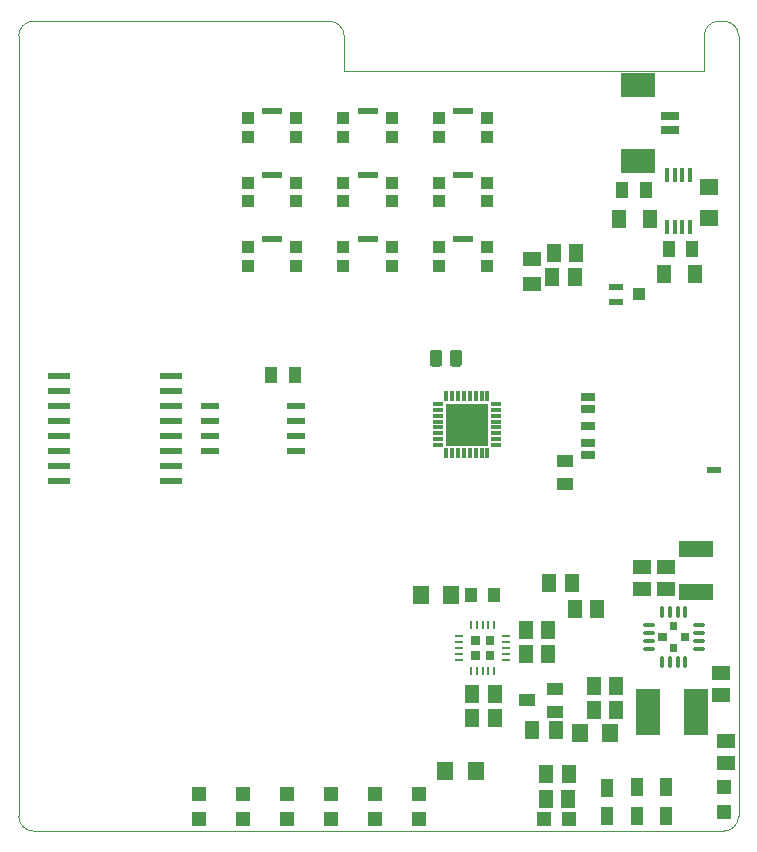
<source format=gbr>
%TF.GenerationSoftware,KiCad,Pcbnew,8.0.1*%
%TF.CreationDate,2025-01-16T17:49:12-07:00*%
%TF.ProjectId,WDM_RevB_v3,57444d5f-5265-4764-925f-76332e6b6963,rev?*%
%TF.SameCoordinates,Original*%
%TF.FileFunction,Paste,Bot*%
%TF.FilePolarity,Positive*%
%FSLAX46Y46*%
G04 Gerber Fmt 4.6, Leading zero omitted, Abs format (unit mm)*
G04 Created by KiCad (PCBNEW 8.0.1) date 2025-01-16 17:49:12*
%MOMM*%
%LPD*%
G01*
G04 APERTURE LIST*
G04 Aperture macros list*
%AMRoundRect*
0 Rectangle with rounded corners*
0 $1 Rounding radius*
0 $2 $3 $4 $5 $6 $7 $8 $9 X,Y pos of 4 corners*
0 Add a 4 corners polygon primitive as box body*
4,1,4,$2,$3,$4,$5,$6,$7,$8,$9,$2,$3,0*
0 Add four circle primitives for the rounded corners*
1,1,$1+$1,$2,$3*
1,1,$1+$1,$4,$5*
1,1,$1+$1,$6,$7*
1,1,$1+$1,$8,$9*
0 Add four rect primitives between the rounded corners*
20,1,$1+$1,$2,$3,$4,$5,0*
20,1,$1+$1,$4,$5,$6,$7,0*
20,1,$1+$1,$6,$7,$8,$9,0*
20,1,$1+$1,$8,$9,$2,$3,0*%
G04 Aperture macros list end*
%ADD10C,0.000000*%
%ADD11R,1.968500X0.558800*%
%ADD12R,1.000000X1.000000*%
%ADD13R,1.701800X0.558800*%
%ADD14R,1.500000X1.300000*%
%ADD15R,1.650000X1.400000*%
%ADD16R,1.498600X0.533400*%
%ADD17R,1.400000X1.000000*%
%ADD18R,1.300000X1.600000*%
%ADD19R,0.850000X0.300000*%
%ADD20R,0.300000X0.850000*%
%ADD21R,3.600000X3.600000*%
%ADD22R,1.200000X1.200000*%
%ADD23R,1.600000X0.800000*%
%ADD24R,3.000000X2.100000*%
%ADD25R,1.400000X1.650000*%
%ADD26R,1.200000X1.500000*%
%ADD27R,0.400000X1.300000*%
%ADD28R,1.100000X1.400000*%
%ADD29R,1.200000X0.700000*%
%ADD30R,1.208000X0.604000*%
%ADD31R,2.900000X1.400000*%
%ADD32RoundRect,0.252000X0.273000X0.438000X-0.273000X0.438000X-0.273000X-0.438000X0.273000X-0.438000X0*%
%ADD33RoundRect,0.252000X-0.273000X-0.438000X0.273000X-0.438000X0.273000X0.438000X-0.273000X0.438000X0*%
%ADD34R,1.400000X1.100000*%
%ADD35R,1.600000X1.300000*%
%ADD36R,1.300000X1.500000*%
%ADD37RoundRect,0.175000X0.350000X0.000010X-0.350000X0.000010X-0.350000X-0.000010X0.350000X-0.000010X0*%
%ADD38RoundRect,0.175000X0.000010X-0.350000X0.000010X0.350000X-0.000010X0.350000X-0.000010X-0.350000X0*%
%ADD39RoundRect,0.175000X-0.350000X-0.000010X0.350000X-0.000010X0.350000X0.000010X-0.350000X0.000010X0*%
%ADD40RoundRect,0.175000X-0.000010X0.350000X-0.000010X-0.350000X0.000010X-0.350000X0.000010X0.350000X0*%
%ADD41R,1.200000X1.650000*%
%ADD42R,1.000000X1.300000*%
%ADD43R,1.500000X1.200000*%
%ADD44R,1.200000X0.600000*%
%ADD45R,2.000000X4.000000*%
%ADD46R,0.730000X0.280000*%
%ADD47R,0.280000X0.730000*%
%ADD48R,1.000000X1.600000*%
%TA.AperFunction,Profile*%
%ADD49C,0.100000*%
%TD*%
G04 APERTURE END LIST*
D10*
%TO.C,C13*%
G36*
X122100094Y-73211153D02*
G01*
X122139058Y-73220435D01*
X122175991Y-73235739D01*
X122210060Y-73256650D01*
X122240559Y-73282660D01*
X122266569Y-73313159D01*
X122287480Y-73347228D01*
X122302784Y-73384161D01*
X122312066Y-73423125D01*
X122315213Y-73462818D01*
X122312110Y-74382703D01*
X122302784Y-74421853D01*
X122287480Y-74458786D01*
X122266569Y-74492855D01*
X122240559Y-74523354D01*
X122210060Y-74549364D01*
X122175991Y-74570275D01*
X122139058Y-74585579D01*
X122100094Y-74594861D01*
X122060410Y-74598007D01*
X121510014Y-74598007D01*
X121470330Y-74594861D01*
X121431366Y-74585579D01*
X121394433Y-74570275D01*
X121360364Y-74549364D01*
X121329865Y-74523354D01*
X121303855Y-74492855D01*
X121282944Y-74458786D01*
X121267640Y-74421853D01*
X121258358Y-74382889D01*
X121255211Y-74343196D01*
X121258314Y-73423311D01*
X121267640Y-73384161D01*
X121282944Y-73347228D01*
X121303855Y-73313159D01*
X121329865Y-73282660D01*
X121360364Y-73256650D01*
X121394433Y-73235739D01*
X121431366Y-73220435D01*
X121470330Y-73211153D01*
X121510014Y-73208007D01*
X122060410Y-73208007D01*
X122100094Y-73211153D01*
G37*
G36*
X123780094Y-73211153D02*
G01*
X123819058Y-73220435D01*
X123855991Y-73235739D01*
X123890060Y-73256650D01*
X123920559Y-73282660D01*
X123946569Y-73313159D01*
X123967480Y-73347228D01*
X123982784Y-73384161D01*
X123992066Y-73423125D01*
X123995213Y-73462818D01*
X123992110Y-74382703D01*
X123982784Y-74421853D01*
X123967480Y-74458786D01*
X123946569Y-74492855D01*
X123920559Y-74523354D01*
X123890060Y-74549364D01*
X123855991Y-74570275D01*
X123819058Y-74585579D01*
X123780094Y-74594861D01*
X123740410Y-74598007D01*
X123190014Y-74598007D01*
X123150330Y-74594861D01*
X123111366Y-74585579D01*
X123074433Y-74570275D01*
X123040364Y-74549364D01*
X123009865Y-74523354D01*
X122983855Y-74492855D01*
X122962944Y-74458786D01*
X122947640Y-74421853D01*
X122938358Y-74382889D01*
X122935211Y-74343196D01*
X122938314Y-73423311D01*
X122947640Y-73384161D01*
X122962944Y-73347228D01*
X122983855Y-73313159D01*
X123009865Y-73282660D01*
X123040364Y-73256650D01*
X123074433Y-73235739D01*
X123111366Y-73220435D01*
X123150330Y-73211153D01*
X123190014Y-73208007D01*
X123740410Y-73208007D01*
X123780094Y-73211153D01*
G37*
%TO.C,U1*%
G36*
X141318000Y-97795000D02*
G01*
X140618000Y-97795000D01*
X140618000Y-97195000D01*
X141318000Y-97195000D01*
X141318000Y-97795000D01*
G37*
G36*
X142218000Y-96895000D02*
G01*
X141618000Y-96895000D01*
X141618000Y-96195000D01*
X142218000Y-96195000D01*
X142218000Y-96895000D01*
G37*
G36*
X142218000Y-98795000D02*
G01*
X141618000Y-98795000D01*
X141618000Y-98095000D01*
X142218000Y-98095000D01*
X142218000Y-98795000D01*
G37*
G36*
X143218000Y-97795000D02*
G01*
X142518000Y-97795000D01*
X142518000Y-97195000D01*
X143218000Y-97195000D01*
X143218000Y-97795000D01*
G37*
%TO.C,U2*%
G36*
X125480000Y-98175000D02*
G01*
X124730000Y-98175000D01*
X124730000Y-97425000D01*
X125480000Y-97425000D01*
X125480000Y-98175000D01*
G37*
G36*
X125480000Y-99425000D02*
G01*
X124730000Y-99425000D01*
X124730000Y-98675000D01*
X125480000Y-98675000D01*
X125480000Y-99425000D01*
G37*
G36*
X126730000Y-98175000D02*
G01*
X125980000Y-98175000D01*
X125980000Y-97425000D01*
X126730000Y-97425000D01*
X126730000Y-98175000D01*
G37*
G36*
X126730000Y-99425000D02*
G01*
X125980000Y-99425000D01*
X125980000Y-98675000D01*
X126730000Y-98675000D01*
X126730000Y-99425000D01*
G37*
%TD*%
D11*
%TO.C,U4*%
X89877900Y-84328000D03*
X89877900Y-83058000D03*
X89877900Y-81788000D03*
X89877900Y-80518000D03*
X89877900Y-79248000D03*
X89877900Y-77978000D03*
X89877900Y-76708000D03*
X89877900Y-75438000D03*
X99339400Y-75438000D03*
X99339400Y-76708000D03*
X99339400Y-77978000D03*
X99339400Y-79248000D03*
X99339400Y-80518000D03*
X99339400Y-81788000D03*
X99339400Y-83058000D03*
X99339400Y-84328000D03*
%TD*%
D12*
%TO.C,SW_4*%
X113941931Y-59016441D03*
X113941931Y-60616443D03*
X118041927Y-60616443D03*
X118041927Y-59016441D03*
D13*
X115991929Y-58391441D03*
%TD*%
D14*
%TO.C,C4*%
X145923000Y-102423000D03*
X145923000Y-100523000D03*
%TD*%
D15*
%TO.C,C16*%
X144880000Y-62016000D03*
X144880000Y-59416000D03*
%TD*%
D16*
%TO.C,U3*%
X109950250Y-77978000D03*
X109950250Y-79248000D03*
X109950250Y-80518000D03*
X109950250Y-81788000D03*
X102635050Y-81788000D03*
X102635050Y-80518000D03*
X102635050Y-79248000D03*
X102635050Y-77978000D03*
%TD*%
D17*
%TO.C,T1*%
X131883000Y-101920000D03*
X129483000Y-102870000D03*
X131883000Y-103820000D03*
%TD*%
D18*
%TO.C,R43*%
X133665000Y-65024000D03*
X131765000Y-65024000D03*
%TD*%
D19*
%TO.C,U6*%
X121946424Y-81254014D03*
X121946424Y-80754014D03*
X121946424Y-80254014D03*
X121946424Y-79754014D03*
X121946424Y-79254014D03*
X121946424Y-78754014D03*
X121946424Y-78254014D03*
X121946424Y-77754014D03*
D20*
X122646424Y-77054014D03*
X123146424Y-77054014D03*
X123646424Y-77054014D03*
X124146424Y-77054014D03*
X124646424Y-77054014D03*
X125146424Y-77054014D03*
X125646424Y-77054014D03*
X126146424Y-77054014D03*
D19*
X126846424Y-77754014D03*
X126846424Y-78254014D03*
X126846424Y-78754014D03*
X126846424Y-79254014D03*
X126846424Y-79754014D03*
X126846424Y-80254014D03*
X126846424Y-80754014D03*
X126846424Y-81254014D03*
D20*
X126146424Y-81954014D03*
X125646424Y-81954014D03*
X125146424Y-81954014D03*
X124646424Y-81954014D03*
X124146424Y-81954014D03*
X123646424Y-81954014D03*
X123146424Y-81954014D03*
X122646424Y-81954014D03*
D21*
X124396424Y-79504014D03*
%TD*%
D12*
%TO.C,SW_8*%
X122033399Y-53580832D03*
X122033399Y-55180834D03*
X126133395Y-55180834D03*
X126133395Y-53580832D03*
D13*
X124083397Y-52955832D03*
%TD*%
D22*
%TO.C,D4*%
X146177000Y-110236000D03*
X146177000Y-112336000D03*
%TD*%
D23*
%TO.C,J14*%
X141605000Y-54600000D03*
X141605000Y-53350000D03*
D24*
X138855000Y-57160000D03*
X138855000Y-50790000D03*
%TD*%
D25*
%TO.C,C1*%
X136555000Y-105664000D03*
X133955000Y-105664000D03*
%TD*%
D18*
%TO.C,R13*%
X129413000Y-96901000D03*
X131313000Y-96901000D03*
%TD*%
D22*
%TO.C,D9*%
X116629546Y-110823841D03*
X116629546Y-112923841D03*
%TD*%
D26*
%TO.C,C2*%
X129887000Y-105410000D03*
X131987000Y-105410000D03*
%TD*%
D27*
%TO.C,U7*%
X143302000Y-62802000D03*
X142652000Y-62802000D03*
X142002000Y-62802000D03*
X141352000Y-62802000D03*
X141352000Y-58402000D03*
X142002000Y-58402000D03*
X142652000Y-58402000D03*
X143302000Y-58402000D03*
%TD*%
D22*
%TO.C,D6*%
X105427346Y-110823841D03*
X105427346Y-112923841D03*
%TD*%
D28*
%TO.C,R41*%
X143494000Y-64643000D03*
X141494000Y-64643000D03*
%TD*%
%TO.C,R30*%
X109839000Y-75311000D03*
X107839000Y-75311000D03*
%TD*%
D22*
%TO.C,D5*%
X101693546Y-110823841D03*
X101693546Y-112923841D03*
%TD*%
D29*
%TO.C,J15*%
X134647000Y-77179000D03*
X134647000Y-81079000D03*
X134647000Y-79629000D03*
X134647000Y-82079000D03*
X134647000Y-78179000D03*
D30*
X145347000Y-83379000D03*
%TD*%
D18*
%TO.C,R1*%
X135156000Y-103702000D03*
X137056000Y-103702000D03*
%TD*%
D31*
%TO.C,C5*%
X143764000Y-93682000D03*
X143764000Y-90082000D03*
%TD*%
D22*
%TO.C,D7*%
X109161311Y-110823825D03*
X109161311Y-112923825D03*
%TD*%
D32*
%TO.C,C13*%
X123465212Y-73903007D03*
D33*
X121785212Y-73903007D03*
%TD*%
D34*
%TO.C,R38*%
X132715000Y-84566000D03*
X132715000Y-82566000D03*
%TD*%
D25*
%TO.C,C6*%
X125155000Y-108839000D03*
X122555000Y-108839000D03*
%TD*%
D12*
%TO.C,SW_5*%
X122034738Y-64452034D03*
X122034738Y-66052036D03*
X126134734Y-66052036D03*
X126134734Y-64452034D03*
D13*
X124084736Y-63827034D03*
%TD*%
D12*
%TO.C,SW_7*%
X113941539Y-64451986D03*
X113941539Y-66051988D03*
X118041535Y-66051988D03*
X118041535Y-64451986D03*
D13*
X115991537Y-63826986D03*
%TD*%
D18*
%TO.C,R2*%
X137033000Y-101670000D03*
X135133000Y-101670000D03*
%TD*%
%TO.C,R11*%
X124846000Y-104394000D03*
X126746000Y-104394000D03*
%TD*%
D35*
%TO.C,R8*%
X146304000Y-106299000D03*
X146304000Y-108199000D03*
%TD*%
D12*
%TO.C,SW_9*%
X122033737Y-59016432D03*
X122033737Y-60616434D03*
X126133733Y-60616434D03*
X126133733Y-59016432D03*
D13*
X124083735Y-58391432D03*
%TD*%
D18*
%TO.C,R7*%
X135443000Y-95123000D03*
X133543000Y-95123000D03*
%TD*%
%TO.C,R12*%
X129413000Y-98933000D03*
X131313000Y-98933000D03*
%TD*%
%TO.C,R9*%
X133284000Y-92964000D03*
X131384000Y-92964000D03*
%TD*%
D36*
%TO.C,C20*%
X133538000Y-67056000D03*
X131638000Y-67056000D03*
%TD*%
D12*
%TO.C,SW_3*%
X113940883Y-53580860D03*
X113940883Y-55180862D03*
X118040879Y-55180862D03*
X118040879Y-53580860D03*
D13*
X115990881Y-52955860D03*
%TD*%
D37*
%TO.C,U1*%
X144018000Y-96520000D03*
X144018000Y-97170000D03*
X144018000Y-97820000D03*
X144018000Y-98470000D03*
D38*
X142893000Y-99595000D03*
X142243000Y-99595000D03*
X141593000Y-99595000D03*
X140943000Y-99595000D03*
D39*
X139818000Y-98470000D03*
X139818000Y-97820000D03*
X139818000Y-97170000D03*
X139818000Y-96520000D03*
D40*
X140943000Y-95395000D03*
X141593000Y-95395000D03*
X142243000Y-95395000D03*
X142893000Y-95395000D03*
%TD*%
D25*
%TO.C,C3*%
X120493000Y-93980000D03*
X123093000Y-93980000D03*
%TD*%
D41*
%TO.C,C15*%
X137273000Y-62103000D03*
X139873000Y-62103000D03*
%TD*%
D18*
%TO.C,R6*%
X131064000Y-111252000D03*
X132964000Y-111252000D03*
%TD*%
D12*
%TO.C,SW_2*%
X105848339Y-59016432D03*
X105848339Y-60616434D03*
X109948335Y-60616434D03*
X109948335Y-59016432D03*
D13*
X107898337Y-58391432D03*
%TD*%
D12*
%TO.C,SW_6*%
X105848339Y-64452032D03*
X105848339Y-66052034D03*
X109948335Y-66052034D03*
X109948335Y-64452032D03*
D13*
X107898337Y-63827032D03*
%TD*%
D42*
%TO.C,R18*%
X124730000Y-93980000D03*
X126730000Y-93980000D03*
%TD*%
D22*
%TO.C,D8*%
X112895146Y-110823841D03*
X112895146Y-112923841D03*
%TD*%
D43*
%TO.C,C19*%
X129921000Y-67598000D03*
X129921000Y-65498000D03*
%TD*%
D44*
%TO.C,VR1*%
X136992730Y-69142290D03*
D12*
X138992730Y-68492290D03*
D44*
X136992730Y-67842290D03*
%TD*%
D45*
%TO.C,L1*%
X139718000Y-103886000D03*
X143818000Y-103886000D03*
%TD*%
D28*
%TO.C,R42*%
X137573000Y-59690000D03*
X139573000Y-59690000D03*
%TD*%
D12*
%TO.C,SW_1*%
X105848339Y-53580832D03*
X105848339Y-55180834D03*
X109948335Y-55180834D03*
X109948335Y-53580832D03*
D13*
X107898337Y-52955832D03*
%TD*%
D35*
%TO.C,R4*%
X141224000Y-91567000D03*
X141224000Y-93467000D03*
%TD*%
D18*
%TO.C,R3*%
X131130000Y-109093000D03*
X133030000Y-109093000D03*
%TD*%
D46*
%TO.C,U2*%
X123765000Y-99425000D03*
X123765000Y-98925000D03*
X123765000Y-98425000D03*
X123765000Y-97925000D03*
X123765000Y-97425000D03*
D47*
X124730000Y-96460000D03*
X125230000Y-96460000D03*
X125730000Y-96460000D03*
X126230000Y-96460000D03*
X126730000Y-96460000D03*
D46*
X127695000Y-97425000D03*
X127695000Y-97925000D03*
X127695000Y-98425000D03*
X127695000Y-98925000D03*
X127695000Y-99425000D03*
D47*
X126730000Y-100390000D03*
X126230000Y-100390000D03*
X125730000Y-100390000D03*
X125230000Y-100390000D03*
X124730000Y-100390000D03*
%TD*%
D41*
%TO.C,C14*%
X143697000Y-66802000D03*
X141097000Y-66802000D03*
%TD*%
D18*
%TO.C,R10*%
X126746000Y-102362000D03*
X124846000Y-102362000D03*
%TD*%
D22*
%TO.C,D10*%
X120363546Y-110823841D03*
X120363546Y-112923841D03*
%TD*%
D48*
%TO.C,SW1*%
X136271000Y-112682000D03*
X138771000Y-112682000D03*
X141271000Y-112682000D03*
X136271000Y-110282000D03*
X138771000Y-110182000D03*
X141271000Y-110182000D03*
%TD*%
D35*
%TO.C,R5*%
X139192000Y-93467000D03*
X139192000Y-91567000D03*
%TD*%
D22*
%TO.C,D1*%
X133064000Y-112903000D03*
X130964000Y-112903000D03*
%TD*%
D49*
X114012546Y-46621241D02*
X114012546Y-49542241D01*
X114012546Y-49542241D02*
X144492546Y-49542241D01*
X144492546Y-46621241D02*
G75*
G02*
X145762546Y-45351246I1269954J41D01*
G01*
X144492546Y-49542241D02*
X144492546Y-46621241D01*
X146143546Y-45351241D02*
G75*
G02*
X147413459Y-46621241I-46J-1269959D01*
G01*
X146143546Y-113931241D02*
X87723546Y-113931241D01*
X147413546Y-112661241D02*
G75*
G02*
X146143546Y-113931246I-1270046J41D01*
G01*
X86453546Y-46621241D02*
G75*
G02*
X87723546Y-45351246I1269954J41D01*
G01*
X147413546Y-46621241D02*
X147413546Y-112661241D01*
X87723546Y-45351241D02*
X112742546Y-45351241D01*
X86451424Y-46621241D02*
X86451424Y-112661241D01*
X87723546Y-113931241D02*
G75*
G02*
X86453459Y-112661241I-46J1270041D01*
G01*
X145762546Y-45351241D02*
X146143546Y-45351241D01*
X112742546Y-45351241D02*
G75*
G02*
X114012459Y-46621241I-46J-1269959D01*
G01*
M02*

</source>
